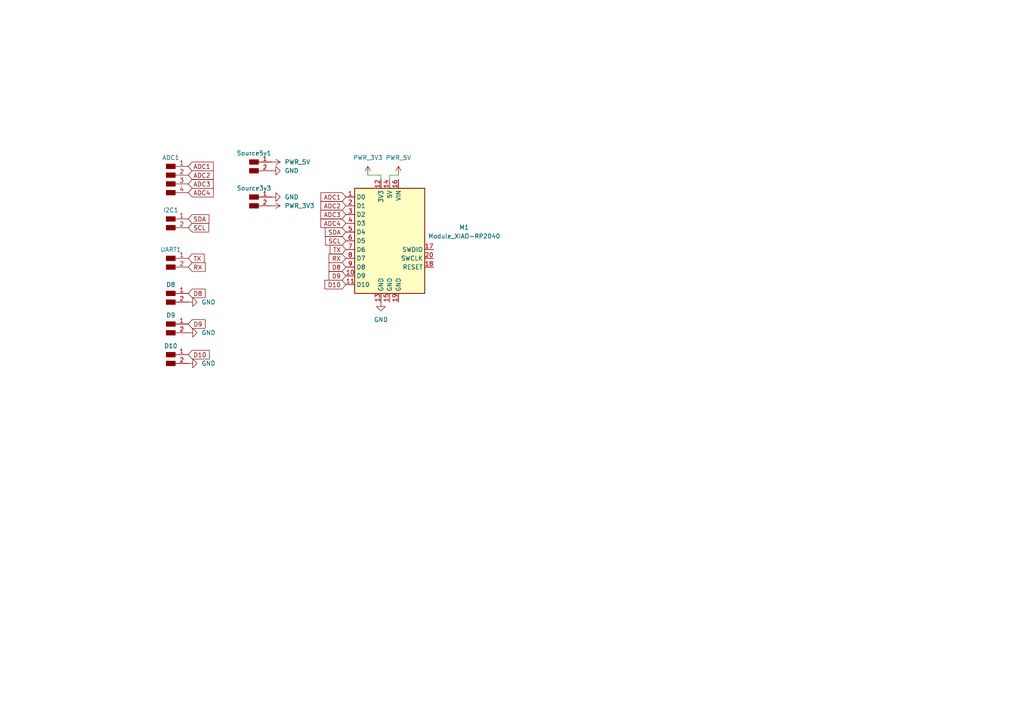
<source format=kicad_sch>
(kicad_sch (version 20250114) (generator "eeschema") (generator_version "9.0")
  (paper "A4")
  (lib_symbols
    (symbol "fab:Module_XIAO-RP2040"
      (property "Reference" "M" (at -10.16 16.51 0))
      (property "Value" "Module_XIAO-RP2040" (at 3.81 16.51 0))
      (symbol "Module_XIAO-RP2040_1_1"
        (rectangle (start -10.16 15.24) (end 10.16 -15.24) (stroke (width 0.254)) (fill (type background)))
        (pin bidirectional line (at -12.7 12.7 0) (length 2.54) (name "D0") (number "1"))
        (pin bidirectional line (at -12.7 10.16 0) (length 2.54) (name "D1") (number "2"))
        (pin bidirectional line (at -12.7 7.62 0) (length 2.54) (name "D2") (number "3"))
        (pin bidirectional line (at -12.7 5.08 0) (length 2.54) (name "D3") (number "4"))
        (pin bidirectional line (at -12.7 2.54 0) (length 2.54) (name "D4") (number "5"))
        (pin bidirectional line (at -12.7 0 0) (length 2.54) (name "D5") (number "6"))
        (pin bidirectional line (at -12.7 -2.54 0) (length 2.54) (name "D6") (number "7"))
        (pin bidirectional line (at -12.7 -5.08 0) (length 2.54) (name "D7") (number "8"))
        (pin bidirectional line (at -12.7 -7.62 0) (length 2.54) (name "D8") (number "9"))
        (pin bidirectional line (at -12.7 -10.16 0) (length 2.54) (name "D9") (number "10"))
        (pin bidirectional line (at -12.7 -12.7 0) (length 2.54) (name "D10") (number "11"))
        (pin power_in line (at -2.54 17.78 270) (length 2.54) (name "3V3") (number "12"))
        (pin power_in line (at -2.54 -17.78 90) (length 2.54) (name "GND") (number "13"))
        (pin power_in line (at 0 17.78 270) (length 2.54) (name "5V") (number "14"))
        (pin power_in line (at 0 -17.78 90) (length 2.54) (name "GND") (number "15"))
        (pin power_in line (at 2.54 17.78 270) (length 2.54) (name "VIN") (number "16"))
        (pin power_in line (at 2.54 -17.78 90) (length 2.54) (name "GND") (number "19"))
        (pin bidirectional line (at 12.7 -2.54 180) (length 2.54) (name "SWDIO") (number "17"))
        (pin input line (at 12.7 -5.08 180) (length 2.54) (name "SWCLK") (number "20"))
        (pin input line (at 12.7 -7.62 180) (length 2.54) (name "RESET") (number "18"))
      )
    )
    (symbol "fab:PWR_3V3" (power) (pin_names (offset 0))
      (property "Value" "PWR_3V3" (at 0 3.556 0))
      (symbol "PWR_3V3_0_1"
        (polyline (pts (xy -0.762 1.27) (xy 0 2.54)))
        (polyline (pts (xy 0 2.54) (xy 0.762 1.27)))
        (polyline (pts (xy 0 0) (xy 0 2.54)))
      )
      (symbol "PWR_3V3_1_1"
        (pin power_in line (at 0 0 90) (length 0) (hide yes) (name "PWR_3V3") (number "1"))
      )
    )
    (symbol "fab:PWR_5V" (power) (pin_names (offset 0))
      (property "Value" "PWR_5V" (at 0 3.556 0))
      (symbol "PWR_5V_0_1"
        (polyline (pts (xy -0.762 1.27) (xy 0 2.54)))
        (polyline (pts (xy 0 2.54) (xy 0.762 1.27)))
        (polyline (pts (xy 0 0) (xy 0 2.54)))
      )
      (symbol "PWR_5V_1_1"
        (pin power_in line (at 0 0 90) (length 0) (hide yes) (name "PWR_5V") (number "1"))
      )
    )
    (symbol "fab:PinHeader_01x02_P2.54mm_Horizontal_SMD" (pin_names (hide yes))
      (property "Reference" "J" (at 0 2.54 0))
      (property "Value" "PinHeader_01x02_P2.54mm_Horizontal_SMD" (at 0 -5.08 0))
      (symbol "PinHeader_01x02_P2.54mm_Horizontal_SMD_1_1"
        (rectangle (start -1.27 0.635) (end 1.27 -0.635) (stroke (width 0.254)) (fill (type outline)))
        (rectangle (start -1.27 -1.905) (end 1.27 -3.175) (stroke (width 0.254)) (fill (type outline)))
        (pin passive line (at 5.08 0 180) (length 3.81) (name "Pin_1") (number "1"))
        (pin passive line (at 5.08 -2.54 180) (length 3.81) (name "Pin_2") (number "2"))
      )
    )
    (symbol "fab:PinHeader_01x02_P2.54mm_Vertical_THT_D1.4mm" (pin_names (hide yes))
      (property "Reference" "J" (at 0 2.54 0))
      (property "Value" "PinHeader_01x02_P2.54mm_Vertical_THT_D1.4mm" (at 0 -5.08 0))
      (symbol "PinHeader_01x02_P2.54mm_Vertical_THT_D1.4mm_1_1"
        (rectangle (start -1.27 0.635) (end 1.27 -0.635) (stroke (width 0.254)) (fill (type outline)))
        (rectangle (start -1.27 -1.905) (end 1.27 -3.175) (stroke (width 0.254)) (fill (type outline)))
        (pin passive line (at 5.08 0 180) (length 3.81) (name "Pin_1") (number "1"))
        (pin passive line (at 5.08 -2.54 180) (length 3.81) (name "Pin_2") (number "2"))
      )
    )
    (symbol "fab:PinHeader_01x04_P2.54mm_Horizontal_SMD" (pin_names (hide yes))
      (property "Reference" "J" (at 0 5.08 0))
      (property "Value" "PinHeader_01x04_P2.54mm_Horizontal_SMD" (at 0 -7.62 0))
      (symbol "PinHeader_01x04_P2.54mm_Horizontal_SMD_1_1"
        (rectangle (start -1.27 3.175) (end 1.27 1.905) (stroke (width 0.254)) (fill (type outline)))
        (rectangle (start -1.27 0.635) (end 1.27 -0.635) (stroke (width 0.254)) (fill (type outline)))
        (rectangle (start -1.27 -1.905) (end 1.27 -3.175) (stroke (width 0.254)) (fill (type outline)))
        (rectangle (start -1.27 -4.445) (end 1.27 -5.715) (stroke (width 0.254)) (fill (type outline)))
        (pin passive line (at 5.08 2.54 180) (length 3.81) (name "Pin_1") (number "1"))
        (pin passive line (at 5.08 0 180) (length 3.81) (name "Pin_2") (number "2"))
        (pin passive line (at 5.08 -2.54 180) (length 3.81) (name "Pin_3") (number "3"))
        (pin passive line (at 5.08 -5.08 180) (length 3.81) (name "Pin_4") (number "4"))
      )
    )
    (symbol "power:GND" (power) (pin_numbers (hide yes)) (pin_names (offset 0) (hide yes))
      (property "Value" "GND" (at 0 -3.81 0))
      (symbol "GND_0_1"
        (polyline (pts (xy 0 0) (xy 0 -1.27) (xy 1.27 -1.27) (xy 0 -2.54) (xy -1.27 -1.27) (xy 0 -1.27)))
      )
      (symbol "GND_1_1"
        (pin power_in line (at 0 0 270) (length 0) (name "~") (number "1"))
      )
    )
  )
  (wire (pts (xy 110.49 50.8) (xy 110.49 52.07)))
  (wire (pts (xy 115.57 50.8) (xy 113.03 50.8)))
  (wire (pts (xy 113.03 50.8) (xy 113.03 52.07)))
  (wire (pts (xy 106.68 50.8) (xy 110.49 50.8)))
  (global_label "TX" (shape input) (at 54.61 74.93 0) (property "Intersheetrefs" "${INTERSHEET_REFS}" (effects (hide yes))))
  (global_label "ADC2" (shape input) (at 100.33 59.69 180) (property "Intersheetrefs" "${INTERSHEET_REFS}" (effects (hide yes))))
  (global_label "D8" (shape input) (at 54.61 85.09 0) (property "Intersheetrefs" "${INTERSHEET_REFS}" (effects (hide yes))))
  (global_label "ADC2" (shape input) (at 54.61 50.8 0) (property "Intersheetrefs" "${INTERSHEET_REFS}" (effects (hide yes))))
  (global_label "D10" (shape input) (at 54.61 102.87 0) (property "Intersheetrefs" "${INTERSHEET_REFS}" (effects (hide yes))))
  (global_label "D9" (shape input) (at 100.33 80.01 180) (property "Intersheetrefs" "${INTERSHEET_REFS}" (effects (hide yes))))
  (global_label "TX" (shape input) (at 100.33 72.39 180) (property "Intersheetrefs" "${INTERSHEET_REFS}" (effects (hide yes))))
  (global_label "D10" (shape input) (at 100.33 82.55 180) (property "Intersheetrefs" "${INTERSHEET_REFS}" (effects (hide yes))))
  (global_label "SDA" (shape input) (at 54.61 63.5 0) (property "Intersheetrefs" "${INTERSHEET_REFS}" (effects (hide yes))))
  (global_label "ADC3" (shape input) (at 100.33 62.23 180) (property "Intersheetrefs" "${INTERSHEET_REFS}" (effects (hide yes))))
  (global_label "ADC3" (shape input) (at 54.61 53.34 0) (property "Intersheetrefs" "${INTERSHEET_REFS}" (effects (hide yes))))
  (global_label "SCL" (shape input) (at 100.33 69.85 180) (property "Intersheetrefs" "${INTERSHEET_REFS}" (effects (hide yes))))
  (global_label "D8" (shape input) (at 100.33 77.47 180) (property "Intersheetrefs" "${INTERSHEET_REFS}" (effects (hide yes))))
  (global_label "ADC1" (shape input) (at 54.61 48.26 0) (property "Intersheetrefs" "${INTERSHEET_REFS}" (effects (hide yes))))
  (global_label "ADC4" (shape input) (at 100.33 64.77 180) (property "Intersheetrefs" "${INTERSHEET_REFS}" (effects (hide yes))))
  (global_label "ADC1" (shape input) (at 100.33 57.15 180) (property "Intersheetrefs" "${INTERSHEET_REFS}" (effects (hide yes))))
  (global_label "SDA" (shape input) (at 100.33 67.31 180) (property "Intersheetrefs" "${INTERSHEET_REFS}" (effects (hide yes))))
  (global_label "SCL" (shape input) (at 54.61 66.04 0) (property "Intersheetrefs" "${INTERSHEET_REFS}" (effects (hide yes))))
  (global_label "D9" (shape input) (at 54.61 93.98 0) (property "Intersheetrefs" "${INTERSHEET_REFS}" (effects (hide yes))))
  (global_label "RX" (shape input) (at 100.33 74.93 180) (property "Intersheetrefs" "${INTERSHEET_REFS}" (effects (hide yes))))
  (global_label "RX" (shape input) (at 54.61 77.47 0) (property "Intersheetrefs" "${INTERSHEET_REFS}" (effects (hide yes))))
  (global_label "ADC4" (shape input) (at 54.61 55.88 0) (property "Intersheetrefs" "${INTERSHEET_REFS}" (effects (hide yes))))
  (symbol (lib_id "fab:PWR_3V3") (at 106.68 50.8 0) (unit 1)
    (property "Reference" "#PWR011" (effects (hide yes)))
    (property "Value" "PWR_3V3" (at 106.68 45.72 0))
    (property "Description" "Power symbol creates a global label with name \"+3V3\"" (effects (hide yes)))
  )
  (symbol (lib_id "fab:Module_XIAO-RP2040") (at 113.03 69.85 0) (unit 1)
    (property "Reference" "M1" (at 134.62 65.9698 0))
    (property "Value" "Module_XIAO-RP2040" (at 134.62 68.5098 0))
    (property "Footprint" "fab:SeeedStudio_XIAO_RP2040" (effects (hide yes)))
    (property "Datasheet" "https://wiki.seeedstudio.com/XIAO-RP2040/" (effects (hide yes)))
    (property "Description" "RP2040 XIAO RP2040 - ARM® Dual-Core Cortex®-M0+ MCU 32-Bit Embedded Evaluation Board" (effects (hide yes)))
  )
  (symbol (lib_id "fab:PinHeader_01x02_P2.54mm_Horizontal_SMD") (at 49.53 63.5 0) (unit 1)
    (property "Reference" "I2C1" (at 49.53 60.96 0))
    (property "Value" "PinHeader_01x02_P2.54mm_Horizontal_SMD" (effects (hide yes)))
    (property "Footprint" "fab:PinHeader_01x02_P2.54mm_Horizontal_SMD" (effects (hide yes)))
    (property "Description" "Male connector, single row" (effects (hide yes)))
  )
  (symbol (lib_id "power:GND") (at 54.61 96.52 90) (unit 1)
    (property "Reference" "#PWR02" (effects (hide yes)))
    (property "Value" "GND" (at 58.42 96.5199 90) (effects (justify right)))
    (property "Description" "Power symbol creates a global label with name \"GND\" , ground" (effects (hide yes)))
  )
  (symbol (lib_id "fab:PinHeader_01x02_P2.54mm_Horizontal_SMD") (at 73.66 57.15 0) (unit 1)
    (property "Reference" "Source3v3" (at 73.66 54.61 0))
    (property "Value" "PinHeader_01x02_P2.54mm_Horizontal_SMD" (effects (hide yes)))
    (property "Footprint" "fab:PinHeader_01x02_P2.54mm_Horizontal_SMD" (effects (hide yes)))
    (property "Description" "Male connector, single row" (effects (hide yes)))
  )
  (symbol (lib_id "fab:PinHeader_01x02_P2.54mm_Horizontal_SMD") (at 73.66 46.99 0) (unit 1)
    (property "Reference" "Source5v1" (at 73.66 44.45 0))
    (property "Value" "PinHeader_01x02_P2.54mm_Horizontal_SMD" (effects (hide yes)))
    (property "Footprint" "fab:PinHeader_01x02_P2.54mm_Horizontal_SMD" (effects (hide yes)))
    (property "Description" "Male connector, single row" (effects (hide yes)))
  )
  (symbol (lib_id "fab:PinHeader_01x02_P2.54mm_Vertical_THT_D1.4mm") (at 49.53 102.87 0) (unit 1)
    (property "Reference" "D10" (at 49.53 100.33 0))
    (property "Value" "PinHeader_01x02_P2.54mm_Vertical_THT_D1.4mm" (effects (hide yes)))
    (property "Footprint" "fab:PinHeader_01x02_P2.54mm_Vertical_THT_D1.4mm" (effects (hide yes)))
    (property "Description" "Male connector, single row" (effects (hide yes)))
  )
  (symbol (lib_id "power:GND") (at 110.49 87.63 0) (unit 1)
    (property "Reference" "#PWR04" (effects (hide yes)))
    (property "Value" "GND" (at 110.49 92.71 0))
    (property "Description" "Power symbol creates a global label with name \"GND\" , ground" (effects (hide yes)))
  )
  (symbol (lib_id "power:GND") (at 54.61 87.63 90) (unit 1)
    (property "Reference" "#PWR01" (effects (hide yes)))
    (property "Value" "GND" (at 58.42 87.6299 90) (effects (justify right)))
    (property "Description" "Power symbol creates a global label with name \"GND\" , ground" (effects (hide yes)))
  )
  (symbol (lib_id "power:GND") (at 54.61 105.41 90) (unit 1)
    (property "Reference" "#PWR03" (effects (hide yes)))
    (property "Value" "GND" (at 58.42 105.4099 90) (effects (justify right)))
    (property "Description" "Power symbol creates a global label with name \"GND\" , ground" (effects (hide yes)))
  )
  (symbol (lib_id "fab:PWR_3V3") (at 78.74 59.69 270) (unit 1)
    (property "Reference" "#PWR013" (effects (hide yes)))
    (property "Value" "PWR_3V3" (at 82.55 59.6899 90) (effects (justify left)))
    (property "Description" "Power symbol creates a global label with name \"+3V3\"" (effects (hide yes)))
  )
  (symbol (lib_id "fab:PinHeader_01x02_P2.54mm_Vertical_THT_D1.4mm") (at 49.53 85.09 0) (unit 1)
    (property "Reference" "D8" (at 49.53 82.55 0))
    (property "Value" "PinHeader_01x02_P2.54mm_Vertical_THT_D1.4mm" (effects (hide yes)))
    (property "Footprint" "fab:PinHeader_01x02_P2.54mm_Vertical_THT_D1.4mm" (effects (hide yes)))
    (property "Description" "Male connector, single row" (effects (hide yes)))
  )
  (symbol (lib_id "fab:PinHeader_01x02_P2.54mm_Vertical_THT_D1.4mm") (at 49.53 93.98 0) (unit 1)
    (property "Reference" "D9" (at 49.53 91.44 0))
    (property "Value" "PinHeader_01x02_P2.54mm_Vertical_THT_D1.4mm" (effects (hide yes)))
    (property "Footprint" "fab:PinHeader_01x02_P2.54mm_Vertical_THT_D1.4mm" (effects (hide yes)))
    (property "Description" "Male connector, single row" (effects (hide yes)))
  )
  (symbol (lib_id "power:GND") (at 78.74 49.53 90) (unit 1)
    (property "Reference" "#PWR07" (effects (hide yes)))
    (property "Value" "GND" (at 82.55 49.5299 90) (effects (justify right)))
    (property "Description" "Power symbol creates a global label with name \"GND\" , ground" (effects (hide yes)))
  )
  (symbol (lib_id "fab:PWR_5V") (at 78.74 46.99 270) (unit 1)
    (property "Reference" "#PWR09" (effects (hide yes)))
    (property "Value" "PWR_5V" (at 82.55 46.9899 90) (effects (justify left)))
    (property "Description" "Power symbol creates a global label with name \"+5V\"" (effects (hide yes)))
  )
  (symbol (lib_id "fab:PWR_5V") (at 115.57 50.8 0) (unit 1)
    (property "Reference" "#PWR012" (effects (hide yes)))
    (property "Value" "PWR_5V" (at 115.57 45.72 0))
    (property "Description" "Power symbol creates a global label with name \"+5V\"" (effects (hide yes)))
  )
  (symbol (lib_id "fab:PinHeader_01x04_P2.54mm_Horizontal_SMD") (at 49.53 50.8 0) (unit 1)
    (property "Reference" "ADC1" (at 49.53 45.72 0))
    (property "Value" "PinHeader_01x04_P2.54mm_Horizontal_SMD" (effects (hide yes)))
    (property "Footprint" "fab:PinHeader_01x04_P2.54mm_Horizontal_SMD" (effects (hide yes)))
    (property "Description" "Male connector, single row" (effects (hide yes)))
  )
  (symbol (lib_id "fab:PinHeader_01x02_P2.54mm_Horizontal_SMD") (at 49.53 74.93 0) (unit 1)
    (property "Reference" "UART1" (at 49.53 72.39 0))
    (property "Value" "PinHeader_01x02_P2.54mm_Horizontal_SMD" (effects (hide yes)))
    (property "Footprint" "fab:PinHeader_01x02_P2.54mm_Horizontal_SMD" (effects (hide yes)))
    (property "Description" "Male connector, single row" (effects (hide yes)))
  )
  (symbol (lib_id "power:GND") (at 78.74 57.15 90) (unit 1)
    (property "Reference" "#PWR08" (effects (hide yes)))
    (property "Value" "GND" (at 82.55 57.1499 90) (effects (justify right)))
    (property "Description" "Power symbol creates a global label with name \"GND\" , ground" (effects (hide yes)))
  )
)
</source>
